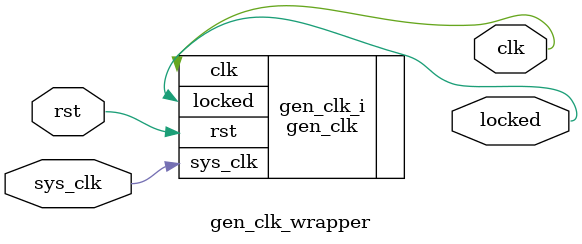
<source format=v>
`timescale 1 ps / 1 ps

module gen_clk_wrapper
   (clk,
    locked,
    rst,
    sys_clk);
  output clk;
  output locked;
  input rst;
  input sys_clk;

  wire clk;
  wire locked;
  wire rst;
  wire sys_clk;

  gen_clk gen_clk_i
       (.clk(clk),
        .locked(locked),
        .rst(rst),
        .sys_clk(sys_clk));
endmodule

</source>
